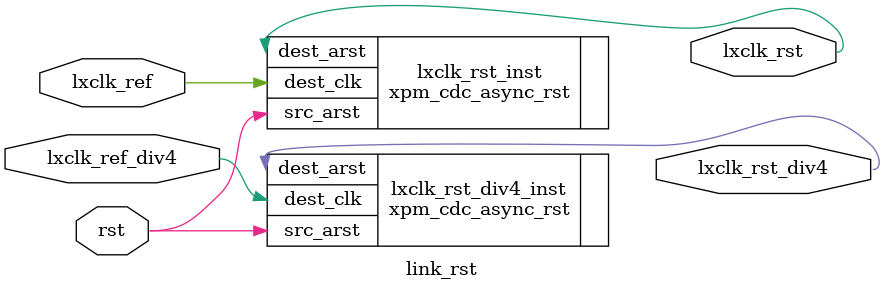
<source format=v>
`timescale 1ns / 1ps

module link_rst (
	input wire rst,
	input wire lxclk_ref,
	input wire lxclk_ref_div4,
	output wire lxclk_rst,
	output wire lxclk_rst_div4
);

xpm_cdc_async_rst #(
	.DEST_SYNC_FF(4),
	.RST_ACTIVE_HIGH(1)
) lxclk_rst_inst (
	.src_arst(rst),
	.dest_clk(lxclk_ref),
	.dest_arst(lxclk_rst)
);

xpm_cdc_async_rst #(
	.DEST_SYNC_FF(4),
	.RST_ACTIVE_HIGH(1)
) lxclk_rst_div4_inst (
	.src_arst(rst),
	.dest_clk(lxclk_ref_div4),
	.dest_arst(lxclk_rst_div4)
);

endmodule

</source>
